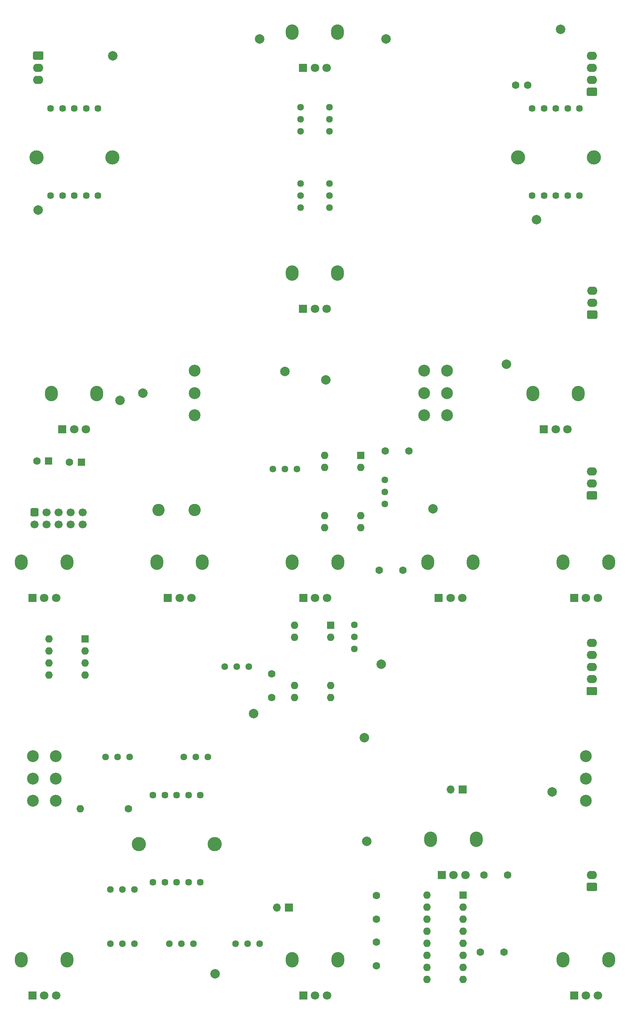
<source format=gts>
G04 #@! TF.GenerationSoftware,KiCad,Pcbnew,6.0.5+dfsg-1~bpo11+1*
G04 #@! TF.CreationDate,2023-02-06T17:01:20+00:00*
G04 #@! TF.ProjectId,VCF_VCA_BBD_board,5643465f-5643-4415-9f42-42445f626f61,1.0*
G04 #@! TF.SameCoordinates,Original*
G04 #@! TF.FileFunction,Soldermask,Top*
G04 #@! TF.FilePolarity,Negative*
%FSLAX46Y46*%
G04 Gerber Fmt 4.6, Leading zero omitted, Abs format (unit mm)*
G04 Created by KiCad (PCBNEW 6.0.5+dfsg-1~bpo11+1) date 2023-02-06 17:01:20*
%MOMM*%
%LPD*%
G01*
G04 APERTURE LIST*
%ADD10O,2.720000X3.240000*%
%ADD11R,1.800000X1.800000*%
%ADD12C,1.800000*%
%ADD13C,2.500000*%
%ADD14C,3.000000*%
%ADD15C,1.451600*%
%ADD16O,2.190000X1.740000*%
%ADD17C,1.440000*%
%ADD18C,2.600000*%
%ADD19C,2.000000*%
%ADD20C,1.600000*%
%ADD21R,1.600000X1.600000*%
%ADD22O,1.600000X1.600000*%
%ADD23R,1.700000X1.700000*%
%ADD24O,1.700000X1.700000*%
%ADD25C,1.700000*%
G04 APERTURE END LIST*
D10*
X111440000Y-83940000D03*
X101840000Y-83940000D03*
D11*
X104140000Y-91440000D03*
D12*
X106640000Y-91440000D03*
X109140000Y-91440000D03*
D10*
X101840000Y-33140000D03*
X111440000Y-33140000D03*
D11*
X104140000Y-40640000D03*
D12*
X106640000Y-40640000D03*
X109140000Y-40640000D03*
D13*
X129665000Y-113920000D03*
X129665000Y-109220000D03*
X129665000Y-104520000D03*
X134495000Y-113920000D03*
X134495000Y-109220000D03*
X134495000Y-104520000D03*
D10*
X51040000Y-109340000D03*
X60640000Y-109340000D03*
D11*
X53340000Y-116840000D03*
D12*
X55840000Y-116840000D03*
X58340000Y-116840000D03*
D13*
X51945000Y-185800000D03*
X51945000Y-190500000D03*
X51945000Y-195200000D03*
X47115000Y-185800000D03*
X47115000Y-190500000D03*
X47115000Y-195200000D03*
D14*
X69470000Y-204300000D03*
X85470000Y-204300000D03*
D15*
X72470000Y-194050000D03*
X74970000Y-194050000D03*
X77470000Y-194050000D03*
X79970000Y-194050000D03*
X82470000Y-194050000D03*
X82470000Y-212350000D03*
X79970000Y-212350000D03*
X77470000Y-212350000D03*
X74970000Y-212350000D03*
X72470000Y-212350000D03*
D10*
X111480000Y-228720000D03*
X101880000Y-228720000D03*
D11*
X104180000Y-236220000D03*
D12*
X106680000Y-236220000D03*
X109180000Y-236220000D03*
D10*
X111480000Y-144910000D03*
X101880000Y-144910000D03*
D11*
X104180000Y-152410000D03*
D12*
X106680000Y-152410000D03*
X109180000Y-152410000D03*
D10*
X162240000Y-109340000D03*
X152640000Y-109340000D03*
D11*
X154940000Y-116840000D03*
D12*
X157440000Y-116840000D03*
X159940000Y-116840000D03*
D10*
X82905000Y-144900000D03*
X73305000Y-144900000D03*
D11*
X75605000Y-152400000D03*
D12*
X78105000Y-152400000D03*
X80605000Y-152400000D03*
D10*
X159030000Y-144900000D03*
X168630000Y-144900000D03*
D11*
X161330000Y-152400000D03*
D12*
X163830000Y-152400000D03*
X166330000Y-152400000D03*
D10*
X44730000Y-228730000D03*
X54330000Y-228730000D03*
D11*
X47030000Y-236230000D03*
D12*
X49530000Y-236230000D03*
X52030000Y-236230000D03*
D10*
X54330000Y-144900000D03*
X44730000Y-144900000D03*
D11*
X47030000Y-152400000D03*
D12*
X49530000Y-152400000D03*
X52030000Y-152400000D03*
D10*
X140690000Y-203320000D03*
X131090000Y-203320000D03*
D11*
X133390000Y-210820000D03*
D12*
X135890000Y-210820000D03*
X138390000Y-210820000D03*
D14*
X63880000Y-59520000D03*
X47880000Y-59520000D03*
D15*
X50880000Y-49270000D03*
X53380000Y-49270000D03*
X55880000Y-49270000D03*
X58380000Y-49270000D03*
X60880000Y-49270000D03*
X60880000Y-67570000D03*
X58380000Y-67570000D03*
X55880000Y-67570000D03*
X53380000Y-67570000D03*
X50880000Y-67570000D03*
D13*
X163830000Y-185800000D03*
X163830000Y-190500000D03*
X163830000Y-195200000D03*
D10*
X130455000Y-144910000D03*
X140055000Y-144910000D03*
D11*
X132755000Y-152410000D03*
D12*
X135255000Y-152410000D03*
X137755000Y-152410000D03*
D13*
X81280000Y-113920000D03*
X81280000Y-109220000D03*
X81280000Y-104520000D03*
D14*
X165480000Y-59520000D03*
X149480000Y-59520000D03*
D15*
X152480000Y-49270000D03*
X154980000Y-49270000D03*
X157480000Y-49270000D03*
X159980000Y-49270000D03*
X162480000Y-49270000D03*
X162480000Y-67570000D03*
X159980000Y-67570000D03*
X157480000Y-67570000D03*
X154980000Y-67570000D03*
X152480000Y-67570000D03*
D10*
X168630000Y-228720000D03*
X159030000Y-228720000D03*
D11*
X161330000Y-236220000D03*
D12*
X163830000Y-236220000D03*
X166330000Y-236220000D03*
G36*
G01*
X165925000Y-214230000D02*
X164235000Y-214230000D01*
G75*
G02*
X163985000Y-213980000I0J250000D01*
G01*
X163985000Y-212740000D01*
G75*
G02*
X164235000Y-212490000I250000J0D01*
G01*
X165925000Y-212490000D01*
G75*
G02*
X166175000Y-212740000I0J-250000D01*
G01*
X166175000Y-213980000D01*
G75*
G02*
X165925000Y-214230000I-250000J0D01*
G01*
G37*
D16*
X165080000Y-210820000D03*
D17*
X67564000Y-185928000D03*
X65024000Y-185928000D03*
X62484000Y-185928000D03*
D18*
X81280000Y-133858000D03*
X73660000Y-133858000D03*
D17*
X81036000Y-225298000D03*
X78496000Y-225298000D03*
X75956000Y-225298000D03*
X94996000Y-225298000D03*
X92456000Y-225298000D03*
X89916000Y-225298000D03*
G36*
G01*
X165925000Y-172955000D02*
X164235000Y-172955000D01*
G75*
G02*
X163985000Y-172705000I0J250000D01*
G01*
X163985000Y-171465000D01*
G75*
G02*
X164235000Y-171215000I250000J0D01*
G01*
X165925000Y-171215000D01*
G75*
G02*
X166175000Y-171465000I0J-250000D01*
G01*
X166175000Y-172705000D01*
G75*
G02*
X165925000Y-172955000I-250000J0D01*
G01*
G37*
D16*
X165080000Y-169545000D03*
X165080000Y-167005000D03*
X165080000Y-164465000D03*
X165080000Y-161925000D03*
D17*
X109728000Y-49012000D03*
X109728000Y-51552000D03*
X109728000Y-54092000D03*
D19*
X153416000Y-72644000D03*
G36*
G01*
X47435000Y-37230000D02*
X49125000Y-37230000D01*
G75*
G02*
X49375000Y-37480000I0J-250000D01*
G01*
X49375000Y-38720000D01*
G75*
G02*
X49125000Y-38970000I-250000J0D01*
G01*
X47435000Y-38970000D01*
G75*
G02*
X47185000Y-38720000I0J250000D01*
G01*
X47185000Y-37480000D01*
G75*
G02*
X47435000Y-37230000I250000J0D01*
G01*
G37*
D16*
X48280000Y-40640000D03*
X48280000Y-43180000D03*
D19*
X94996000Y-34544000D03*
X48260000Y-70612000D03*
D20*
X149011000Y-44323000D03*
X151511000Y-44323000D03*
D17*
X68580000Y-225298000D03*
X66040000Y-225298000D03*
X63500000Y-225298000D03*
D21*
X137912000Y-215128000D03*
D22*
X137912000Y-217668000D03*
X137912000Y-220208000D03*
X137912000Y-222748000D03*
X137912000Y-225288000D03*
X137912000Y-227828000D03*
X137912000Y-230368000D03*
X137912000Y-232908000D03*
X130292000Y-232908000D03*
X130292000Y-230368000D03*
X130292000Y-227828000D03*
X130292000Y-225288000D03*
X130292000Y-222748000D03*
X130292000Y-220208000D03*
X130292000Y-217668000D03*
X130292000Y-215128000D03*
D20*
X125182000Y-146558000D03*
X120182000Y-146558000D03*
D19*
X70358000Y-109220000D03*
D23*
X137818500Y-192786000D03*
D24*
X135278500Y-192786000D03*
D19*
X108966000Y-106426000D03*
D17*
X121412000Y-127508000D03*
X121412000Y-130048000D03*
X121412000Y-132588000D03*
D19*
X85598000Y-231648000D03*
X100330000Y-104648000D03*
D21*
X50458380Y-123561500D03*
D20*
X47958380Y-123561500D03*
D19*
X156718000Y-193294000D03*
G36*
G01*
X165985000Y-93580000D02*
X164295000Y-93580000D01*
G75*
G02*
X164045000Y-93330000I0J250000D01*
G01*
X164045000Y-92090000D01*
G75*
G02*
X164295000Y-91840000I250000J0D01*
G01*
X165985000Y-91840000D01*
G75*
G02*
X166235000Y-92090000I0J-250000D01*
G01*
X166235000Y-93330000D01*
G75*
G02*
X165985000Y-93580000I-250000J0D01*
G01*
G37*
D16*
X165140000Y-90170000D03*
X165140000Y-87630000D03*
D19*
X121666000Y-34544000D03*
G36*
G01*
X165945000Y-131680000D02*
X164255000Y-131680000D01*
G75*
G02*
X164005000Y-131430000I0J250000D01*
G01*
X164005000Y-130190000D01*
G75*
G02*
X164255000Y-129940000I250000J0D01*
G01*
X165945000Y-129940000D01*
G75*
G02*
X166195000Y-130190000I0J-250000D01*
G01*
X166195000Y-131430000D01*
G75*
G02*
X165945000Y-131680000I-250000J0D01*
G01*
G37*
D16*
X165100000Y-128270000D03*
X165100000Y-125730000D03*
D20*
X141518000Y-227090000D03*
X146518000Y-227090000D03*
D17*
X109728000Y-65024000D03*
X109728000Y-67564000D03*
X109728000Y-70104000D03*
D21*
X58156000Y-161046000D03*
D22*
X58156000Y-163586000D03*
X58156000Y-166126000D03*
X58156000Y-168666000D03*
X50536000Y-168666000D03*
X50536000Y-166126000D03*
X50536000Y-163586000D03*
X50536000Y-161046000D03*
D19*
X158496000Y-32512000D03*
D17*
X92710000Y-166878000D03*
X90170000Y-166878000D03*
X87630000Y-166878000D03*
X84074000Y-185928000D03*
X81534000Y-185928000D03*
X78994000Y-185928000D03*
X68580000Y-213868000D03*
X66040000Y-213868000D03*
X63500000Y-213868000D03*
D19*
X117602000Y-203708000D03*
D20*
X147294000Y-210834000D03*
X142294000Y-210834000D03*
X67310000Y-196850000D03*
D22*
X57150000Y-196850000D03*
D19*
X93726000Y-176784000D03*
D17*
X103632000Y-49012000D03*
X103632000Y-51552000D03*
X103632000Y-54092000D03*
D19*
X131572000Y-133604000D03*
D21*
X57364000Y-123815500D03*
D20*
X54864000Y-123815500D03*
D23*
X101195500Y-217678000D03*
D24*
X98655500Y-217678000D03*
D17*
X103632000Y-65024000D03*
X103632000Y-67564000D03*
X103632000Y-70104000D03*
D20*
X119634000Y-220178000D03*
X119634000Y-215178000D03*
X97536000Y-168442000D03*
X97536000Y-173442000D03*
X119634000Y-229957000D03*
X119634000Y-224957000D03*
D17*
X114935000Y-158105000D03*
X114935000Y-160645000D03*
X114935000Y-163185000D03*
D19*
X65532000Y-110744000D03*
D20*
X126452000Y-121412000D03*
X121452000Y-121412000D03*
D19*
X120650000Y-166370000D03*
D21*
X109972000Y-158237000D03*
D22*
X109972000Y-160777000D03*
X109972000Y-170937000D03*
X109972000Y-173477000D03*
X102352000Y-173477000D03*
X102352000Y-170937000D03*
X102352000Y-160777000D03*
X102352000Y-158237000D03*
D19*
X147066000Y-103124000D03*
D21*
X116322000Y-122423000D03*
D22*
X116322000Y-124963000D03*
X116322000Y-135123000D03*
X116322000Y-137663000D03*
X108702000Y-137663000D03*
X108702000Y-135123000D03*
X108702000Y-124963000D03*
X108702000Y-122423000D03*
D19*
X117094000Y-181864000D03*
D17*
X102870000Y-125222000D03*
X100330000Y-125222000D03*
X97790000Y-125222000D03*
G36*
G01*
X46898000Y-133516000D02*
X48098000Y-133516000D01*
G75*
G02*
X48348000Y-133766000I0J-250000D01*
G01*
X48348000Y-134966000D01*
G75*
G02*
X48098000Y-135216000I-250000J0D01*
G01*
X46898000Y-135216000D01*
G75*
G02*
X46648000Y-134966000I0J250000D01*
G01*
X46648000Y-133766000D01*
G75*
G02*
X46898000Y-133516000I250000J0D01*
G01*
G37*
D25*
X47498000Y-136906000D03*
X50038000Y-134366000D03*
X50038000Y-136906000D03*
X52578000Y-134366000D03*
X52578000Y-136906000D03*
X55118000Y-134366000D03*
X55118000Y-136906000D03*
X57658000Y-134366000D03*
X57658000Y-136906000D03*
G36*
G01*
X165945000Y-46590000D02*
X164255000Y-46590000D01*
G75*
G02*
X164005000Y-46340000I0J250000D01*
G01*
X164005000Y-45100000D01*
G75*
G02*
X164255000Y-44850000I250000J0D01*
G01*
X165945000Y-44850000D01*
G75*
G02*
X166195000Y-45100000I0J-250000D01*
G01*
X166195000Y-46340000D01*
G75*
G02*
X165945000Y-46590000I-250000J0D01*
G01*
G37*
D16*
X165100000Y-43180000D03*
X165100000Y-40640000D03*
X165100000Y-38100000D03*
D19*
X64008000Y-38100000D03*
M02*

</source>
